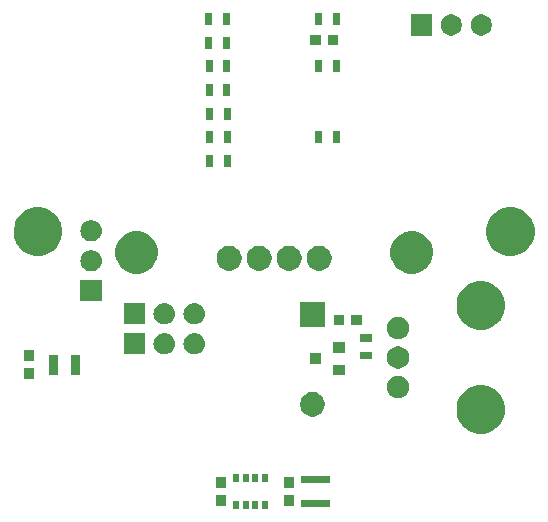
<source format=gbr>
G04 #@! TF.GenerationSoftware,KiCad,Pcbnew,6.0.0-rc1-unknown-59b0f55~66~ubuntu18.04.1*
G04 #@! TF.CreationDate,2018-12-02T19:59:02+01:00
G04 #@! TF.ProjectId,RoomUnit,526f6f6d-556e-4697-942e-6b696361645f,rev?*
G04 #@! TF.SameCoordinates,Original*
G04 #@! TF.FileFunction,Soldermask,Top*
G04 #@! TF.FilePolarity,Negative*
%FSLAX46Y46*%
G04 Gerber Fmt 4.6, Leading zero omitted, Abs format (unit mm)*
G04 Created by KiCad (PCBNEW 6.0.0-rc1-unknown-59b0f55~66~ubuntu18.04.1) date So 02 Dez 2018 19:59:02 CET*
%MOMM*%
%LPD*%
G01*
G04 APERTURE LIST*
%ADD10C,0.100000*%
G04 APERTURE END LIST*
D10*
G36*
X147851000Y-123476000D02*
X147349000Y-123476000D01*
X147349000Y-122824000D01*
X147851000Y-122824000D01*
X147851000Y-123476000D01*
X147851000Y-123476000D01*
G37*
G36*
X148651000Y-123476000D02*
X148149000Y-123476000D01*
X148149000Y-122824000D01*
X148651000Y-122824000D01*
X148651000Y-123476000D01*
X148651000Y-123476000D01*
G37*
G36*
X149451000Y-123476000D02*
X148949000Y-123476000D01*
X148949000Y-122824000D01*
X149451000Y-122824000D01*
X149451000Y-123476000D01*
X149451000Y-123476000D01*
G37*
G36*
X147051000Y-123476000D02*
X146549000Y-123476000D01*
X146549000Y-122824000D01*
X147051000Y-122824000D01*
X147051000Y-123476000D01*
X147051000Y-123476000D01*
G37*
G36*
X154701000Y-123326000D02*
X152299000Y-123326000D01*
X152299000Y-122724000D01*
X154701000Y-122724000D01*
X154701000Y-123326000D01*
X154701000Y-123326000D01*
G37*
G36*
X151676000Y-123201000D02*
X150824000Y-123201000D01*
X150824000Y-122299000D01*
X151676000Y-122299000D01*
X151676000Y-123201000D01*
X151676000Y-123201000D01*
G37*
G36*
X145926000Y-123201000D02*
X145074000Y-123201000D01*
X145074000Y-122299000D01*
X145926000Y-122299000D01*
X145926000Y-123201000D01*
X145926000Y-123201000D01*
G37*
G36*
X145926000Y-121701000D02*
X145074000Y-121701000D01*
X145074000Y-120799000D01*
X145926000Y-120799000D01*
X145926000Y-121701000D01*
X145926000Y-121701000D01*
G37*
G36*
X151676000Y-121701000D02*
X150824000Y-121701000D01*
X150824000Y-120799000D01*
X151676000Y-120799000D01*
X151676000Y-121701000D01*
X151676000Y-121701000D01*
G37*
G36*
X154701000Y-121276000D02*
X152299000Y-121276000D01*
X152299000Y-120674000D01*
X154701000Y-120674000D01*
X154701000Y-121276000D01*
X154701000Y-121276000D01*
G37*
G36*
X148651000Y-121176000D02*
X148149000Y-121176000D01*
X148149000Y-120524000D01*
X148651000Y-120524000D01*
X148651000Y-121176000D01*
X148651000Y-121176000D01*
G37*
G36*
X149451000Y-121176000D02*
X148949000Y-121176000D01*
X148949000Y-120524000D01*
X149451000Y-120524000D01*
X149451000Y-121176000D01*
X149451000Y-121176000D01*
G37*
G36*
X147851000Y-121176000D02*
X147349000Y-121176000D01*
X147349000Y-120524000D01*
X147851000Y-120524000D01*
X147851000Y-121176000D01*
X147851000Y-121176000D01*
G37*
G36*
X147051000Y-121176000D02*
X146549000Y-121176000D01*
X146549000Y-120524000D01*
X147051000Y-120524000D01*
X147051000Y-121176000D01*
X147051000Y-121176000D01*
G37*
G36*
X168098252Y-113077818D02*
X168098254Y-113077819D01*
X168098255Y-113077819D01*
X168471513Y-113232427D01*
X168763304Y-113427396D01*
X168807439Y-113456886D01*
X169093114Y-113742561D01*
X169093116Y-113742564D01*
X169317573Y-114078487D01*
X169327381Y-114102166D01*
X169472182Y-114451748D01*
X169551000Y-114847993D01*
X169551000Y-115252007D01*
X169518308Y-115416363D01*
X169472181Y-115648255D01*
X169317573Y-116021513D01*
X169317572Y-116021514D01*
X169093114Y-116357439D01*
X168807439Y-116643114D01*
X168807436Y-116643116D01*
X168471513Y-116867573D01*
X168098255Y-117022181D01*
X168098254Y-117022181D01*
X168098252Y-117022182D01*
X167702007Y-117101000D01*
X167297993Y-117101000D01*
X166901748Y-117022182D01*
X166901746Y-117022181D01*
X166901745Y-117022181D01*
X166528487Y-116867573D01*
X166192564Y-116643116D01*
X166192561Y-116643114D01*
X165906886Y-116357439D01*
X165682428Y-116021514D01*
X165682427Y-116021513D01*
X165527819Y-115648255D01*
X165481693Y-115416363D01*
X165449000Y-115252007D01*
X165449000Y-114847993D01*
X165527818Y-114451748D01*
X165672619Y-114102166D01*
X165682427Y-114078487D01*
X165906884Y-113742564D01*
X165906886Y-113742561D01*
X166192561Y-113456886D01*
X166236696Y-113427396D01*
X166528487Y-113232427D01*
X166901745Y-113077819D01*
X166901746Y-113077819D01*
X166901748Y-113077818D01*
X167297993Y-112999000D01*
X167702007Y-112999000D01*
X168098252Y-113077818D01*
X168098252Y-113077818D01*
G37*
G36*
X153556565Y-113589389D02*
X153747834Y-113668615D01*
X153919976Y-113783637D01*
X154066363Y-113930024D01*
X154181385Y-114102166D01*
X154260611Y-114293435D01*
X154301000Y-114496484D01*
X154301000Y-114703516D01*
X154260611Y-114906565D01*
X154181385Y-115097834D01*
X154066363Y-115269976D01*
X153919976Y-115416363D01*
X153747834Y-115531385D01*
X153556565Y-115610611D01*
X153353516Y-115651000D01*
X153146484Y-115651000D01*
X152943435Y-115610611D01*
X152752166Y-115531385D01*
X152580024Y-115416363D01*
X152433637Y-115269976D01*
X152318615Y-115097834D01*
X152239389Y-114906565D01*
X152199000Y-114703516D01*
X152199000Y-114496484D01*
X152239389Y-114293435D01*
X152318615Y-114102166D01*
X152433637Y-113930024D01*
X152580024Y-113783637D01*
X152752166Y-113668615D01*
X152943435Y-113589389D01*
X153146484Y-113549000D01*
X153353516Y-113549000D01*
X153556565Y-113589389D01*
X153556565Y-113589389D01*
G37*
G36*
X160777396Y-112235546D02*
X160950466Y-112307234D01*
X161106230Y-112411312D01*
X161238688Y-112543770D01*
X161342766Y-112699534D01*
X161414454Y-112872604D01*
X161451000Y-113056333D01*
X161451000Y-113243667D01*
X161414454Y-113427396D01*
X161342766Y-113600466D01*
X161238688Y-113756230D01*
X161106230Y-113888688D01*
X160950466Y-113992766D01*
X160777396Y-114064454D01*
X160593667Y-114101000D01*
X160406333Y-114101000D01*
X160222604Y-114064454D01*
X160049534Y-113992766D01*
X159893770Y-113888688D01*
X159761312Y-113756230D01*
X159657234Y-113600466D01*
X159585546Y-113427396D01*
X159549000Y-113243667D01*
X159549000Y-113056333D01*
X159585546Y-112872604D01*
X159657234Y-112699534D01*
X159761312Y-112543770D01*
X159893770Y-112411312D01*
X160049534Y-112307234D01*
X160222604Y-112235546D01*
X160406333Y-112199000D01*
X160593667Y-112199000D01*
X160777396Y-112235546D01*
X160777396Y-112235546D01*
G37*
G36*
X129676000Y-112451000D02*
X128824000Y-112451000D01*
X128824000Y-111549000D01*
X129676000Y-111549000D01*
X129676000Y-112451000D01*
X129676000Y-112451000D01*
G37*
G36*
X156001000Y-112151000D02*
X154999000Y-112151000D01*
X154999000Y-111249000D01*
X156001000Y-111249000D01*
X156001000Y-112151000D01*
X156001000Y-112151000D01*
G37*
G36*
X131726000Y-112101000D02*
X130974000Y-112101000D01*
X130974000Y-110399000D01*
X131726000Y-110399000D01*
X131726000Y-112101000D01*
X131726000Y-112101000D01*
G37*
G36*
X133526000Y-112101000D02*
X132774000Y-112101000D01*
X132774000Y-110399000D01*
X133526000Y-110399000D01*
X133526000Y-112101000D01*
X133526000Y-112101000D01*
G37*
G36*
X160777396Y-109735546D02*
X160950466Y-109807234D01*
X161106230Y-109911312D01*
X161238688Y-110043770D01*
X161342766Y-110199534D01*
X161414454Y-110372604D01*
X161451000Y-110556333D01*
X161451000Y-110743667D01*
X161414454Y-110927396D01*
X161342766Y-111100466D01*
X161238688Y-111256230D01*
X161106230Y-111388688D01*
X160950466Y-111492766D01*
X160777396Y-111564454D01*
X160593667Y-111601000D01*
X160406333Y-111601000D01*
X160222604Y-111564454D01*
X160049534Y-111492766D01*
X159893770Y-111388688D01*
X159761312Y-111256230D01*
X159657234Y-111100466D01*
X159585546Y-110927396D01*
X159549000Y-110743667D01*
X159549000Y-110556333D01*
X159585546Y-110372604D01*
X159657234Y-110199534D01*
X159761312Y-110043770D01*
X159893770Y-109911312D01*
X160049534Y-109807234D01*
X160222604Y-109735546D01*
X160406333Y-109699000D01*
X160593667Y-109699000D01*
X160777396Y-109735546D01*
X160777396Y-109735546D01*
G37*
G36*
X154001000Y-111201000D02*
X152999000Y-111201000D01*
X152999000Y-110299000D01*
X154001000Y-110299000D01*
X154001000Y-111201000D01*
X154001000Y-111201000D01*
G37*
G36*
X129676000Y-110951000D02*
X128824000Y-110951000D01*
X128824000Y-110049000D01*
X129676000Y-110049000D01*
X129676000Y-110951000D01*
X129676000Y-110951000D01*
G37*
G36*
X158251000Y-110801000D02*
X157249000Y-110801000D01*
X157249000Y-110199000D01*
X158251000Y-110199000D01*
X158251000Y-110801000D01*
X158251000Y-110801000D01*
G37*
G36*
X139053840Y-110376547D02*
X137251840Y-110376547D01*
X137251840Y-108574547D01*
X139053840Y-108574547D01*
X139053840Y-110376547D01*
X139053840Y-110376547D01*
G37*
G36*
X143343283Y-108581066D02*
X143409467Y-108587584D01*
X143522693Y-108621931D01*
X143579307Y-108639104D01*
X143691363Y-108699000D01*
X143735831Y-108722769D01*
X143771569Y-108752099D01*
X143873026Y-108835361D01*
X143956288Y-108936818D01*
X143985618Y-108972556D01*
X143985619Y-108972558D01*
X144069283Y-109129080D01*
X144069283Y-109129081D01*
X144120803Y-109298920D01*
X144138199Y-109475547D01*
X144120803Y-109652174D01*
X144095512Y-109735546D01*
X144069283Y-109822014D01*
X143995188Y-109960634D01*
X143985618Y-109978538D01*
X143956288Y-110014276D01*
X143873026Y-110115733D01*
X143771569Y-110198995D01*
X143735831Y-110228325D01*
X143735829Y-110228326D01*
X143579307Y-110311990D01*
X143522693Y-110329163D01*
X143409467Y-110363510D01*
X143343283Y-110370028D01*
X143277100Y-110376547D01*
X143188580Y-110376547D01*
X143122397Y-110370028D01*
X143056213Y-110363510D01*
X142942987Y-110329163D01*
X142886373Y-110311990D01*
X142729851Y-110228326D01*
X142729849Y-110228325D01*
X142694111Y-110198995D01*
X142592654Y-110115733D01*
X142509392Y-110014276D01*
X142480062Y-109978538D01*
X142470492Y-109960634D01*
X142396397Y-109822014D01*
X142370168Y-109735546D01*
X142344877Y-109652174D01*
X142327481Y-109475547D01*
X142344877Y-109298920D01*
X142396397Y-109129081D01*
X142396397Y-109129080D01*
X142480061Y-108972558D01*
X142480062Y-108972556D01*
X142509392Y-108936818D01*
X142592654Y-108835361D01*
X142694111Y-108752099D01*
X142729849Y-108722769D01*
X142774317Y-108699000D01*
X142886373Y-108639104D01*
X142942987Y-108621931D01*
X143056213Y-108587584D01*
X143122397Y-108581066D01*
X143188580Y-108574547D01*
X143277100Y-108574547D01*
X143343283Y-108581066D01*
X143343283Y-108581066D01*
G37*
G36*
X140803283Y-108581066D02*
X140869467Y-108587584D01*
X140982693Y-108621931D01*
X141039307Y-108639104D01*
X141151363Y-108699000D01*
X141195831Y-108722769D01*
X141231569Y-108752099D01*
X141333026Y-108835361D01*
X141416288Y-108936818D01*
X141445618Y-108972556D01*
X141445619Y-108972558D01*
X141529283Y-109129080D01*
X141529283Y-109129081D01*
X141580803Y-109298920D01*
X141598199Y-109475547D01*
X141580803Y-109652174D01*
X141555512Y-109735546D01*
X141529283Y-109822014D01*
X141455188Y-109960634D01*
X141445618Y-109978538D01*
X141416288Y-110014276D01*
X141333026Y-110115733D01*
X141231569Y-110198995D01*
X141195831Y-110228325D01*
X141195829Y-110228326D01*
X141039307Y-110311990D01*
X140982693Y-110329163D01*
X140869467Y-110363510D01*
X140803283Y-110370028D01*
X140737100Y-110376547D01*
X140648580Y-110376547D01*
X140582397Y-110370028D01*
X140516213Y-110363510D01*
X140402987Y-110329163D01*
X140346373Y-110311990D01*
X140189851Y-110228326D01*
X140189849Y-110228325D01*
X140154111Y-110198995D01*
X140052654Y-110115733D01*
X139969392Y-110014276D01*
X139940062Y-109978538D01*
X139930492Y-109960634D01*
X139856397Y-109822014D01*
X139830168Y-109735546D01*
X139804877Y-109652174D01*
X139787481Y-109475547D01*
X139804877Y-109298920D01*
X139856397Y-109129081D01*
X139856397Y-109129080D01*
X139940061Y-108972558D01*
X139940062Y-108972556D01*
X139969392Y-108936818D01*
X140052654Y-108835361D01*
X140154111Y-108752099D01*
X140189849Y-108722769D01*
X140234317Y-108699000D01*
X140346373Y-108639104D01*
X140402987Y-108621931D01*
X140516213Y-108587584D01*
X140582397Y-108581066D01*
X140648580Y-108574547D01*
X140737100Y-108574547D01*
X140803283Y-108581066D01*
X140803283Y-108581066D01*
G37*
G36*
X156001000Y-110251000D02*
X154999000Y-110251000D01*
X154999000Y-109349000D01*
X156001000Y-109349000D01*
X156001000Y-110251000D01*
X156001000Y-110251000D01*
G37*
G36*
X158251000Y-109301000D02*
X157249000Y-109301000D01*
X157249000Y-108699000D01*
X158251000Y-108699000D01*
X158251000Y-109301000D01*
X158251000Y-109301000D01*
G37*
G36*
X160777396Y-107235546D02*
X160950466Y-107307234D01*
X161106230Y-107411312D01*
X161238688Y-107543770D01*
X161342766Y-107699534D01*
X161414454Y-107872604D01*
X161451000Y-108056333D01*
X161451000Y-108243667D01*
X161414454Y-108427396D01*
X161342766Y-108600466D01*
X161238688Y-108756230D01*
X161106230Y-108888688D01*
X160950466Y-108992766D01*
X160777396Y-109064454D01*
X160593667Y-109101000D01*
X160406333Y-109101000D01*
X160222604Y-109064454D01*
X160049534Y-108992766D01*
X159893770Y-108888688D01*
X159761312Y-108756230D01*
X159657234Y-108600466D01*
X159585546Y-108427396D01*
X159549000Y-108243667D01*
X159549000Y-108056333D01*
X159585546Y-107872604D01*
X159657234Y-107699534D01*
X159761312Y-107543770D01*
X159893770Y-107411312D01*
X160049534Y-107307234D01*
X160222604Y-107235546D01*
X160406333Y-107199000D01*
X160593667Y-107199000D01*
X160777396Y-107235546D01*
X160777396Y-107235546D01*
G37*
G36*
X168098252Y-104277818D02*
X168098254Y-104277819D01*
X168098255Y-104277819D01*
X168471513Y-104432427D01*
X168471514Y-104432428D01*
X168807439Y-104656886D01*
X169093114Y-104942561D01*
X169093116Y-104942564D01*
X169317573Y-105278487D01*
X169472181Y-105651745D01*
X169472182Y-105651748D01*
X169551000Y-106047993D01*
X169551000Y-106452007D01*
X169489951Y-106758922D01*
X169472181Y-106848255D01*
X169317573Y-107221513D01*
X169172561Y-107438538D01*
X169093114Y-107557439D01*
X168807439Y-107843114D01*
X168807436Y-107843116D01*
X168471513Y-108067573D01*
X168098255Y-108222181D01*
X168098254Y-108222181D01*
X168098252Y-108222182D01*
X167702007Y-108301000D01*
X167297993Y-108301000D01*
X166901748Y-108222182D01*
X166901746Y-108222181D01*
X166901745Y-108222181D01*
X166528487Y-108067573D01*
X166192564Y-107843116D01*
X166192561Y-107843114D01*
X165906886Y-107557439D01*
X165827439Y-107438538D01*
X165682427Y-107221513D01*
X165527819Y-106848255D01*
X165510050Y-106758922D01*
X165449000Y-106452007D01*
X165449000Y-106047993D01*
X165527818Y-105651748D01*
X165527819Y-105651745D01*
X165682427Y-105278487D01*
X165906884Y-104942564D01*
X165906886Y-104942561D01*
X166192561Y-104656886D01*
X166528486Y-104432428D01*
X166528487Y-104432427D01*
X166901745Y-104277819D01*
X166901746Y-104277819D01*
X166901748Y-104277818D01*
X167297993Y-104199000D01*
X167702007Y-104199000D01*
X168098252Y-104277818D01*
X168098252Y-104277818D01*
G37*
G36*
X154301000Y-108051000D02*
X152199000Y-108051000D01*
X152199000Y-105949000D01*
X154301000Y-105949000D01*
X154301000Y-108051000D01*
X154301000Y-108051000D01*
G37*
G36*
X155951000Y-107926000D02*
X155049000Y-107926000D01*
X155049000Y-107074000D01*
X155951000Y-107074000D01*
X155951000Y-107926000D01*
X155951000Y-107926000D01*
G37*
G36*
X157451000Y-107926000D02*
X156549000Y-107926000D01*
X156549000Y-107074000D01*
X157451000Y-107074000D01*
X157451000Y-107926000D01*
X157451000Y-107926000D01*
G37*
G36*
X140803282Y-106041065D02*
X140869467Y-106047584D01*
X140982693Y-106081931D01*
X141039307Y-106099104D01*
X141177927Y-106173199D01*
X141195831Y-106182769D01*
X141231569Y-106212099D01*
X141333026Y-106295361D01*
X141416288Y-106396818D01*
X141445618Y-106432556D01*
X141445619Y-106432558D01*
X141529283Y-106589080D01*
X141529283Y-106589081D01*
X141580803Y-106758920D01*
X141598199Y-106935547D01*
X141580803Y-107112174D01*
X141554465Y-107199000D01*
X141529283Y-107282014D01*
X141460172Y-107411310D01*
X141445618Y-107438538D01*
X141416288Y-107474276D01*
X141333026Y-107575733D01*
X141231569Y-107658995D01*
X141195831Y-107688325D01*
X141195829Y-107688326D01*
X141039307Y-107771990D01*
X140982693Y-107789163D01*
X140869467Y-107823510D01*
X140803283Y-107830028D01*
X140737100Y-107836547D01*
X140648580Y-107836547D01*
X140582397Y-107830028D01*
X140516213Y-107823510D01*
X140402987Y-107789163D01*
X140346373Y-107771990D01*
X140189851Y-107688326D01*
X140189849Y-107688325D01*
X140154111Y-107658995D01*
X140052654Y-107575733D01*
X139969392Y-107474276D01*
X139940062Y-107438538D01*
X139925508Y-107411310D01*
X139856397Y-107282014D01*
X139831215Y-107199000D01*
X139804877Y-107112174D01*
X139787481Y-106935547D01*
X139804877Y-106758920D01*
X139856397Y-106589081D01*
X139856397Y-106589080D01*
X139940061Y-106432558D01*
X139940062Y-106432556D01*
X139969392Y-106396818D01*
X140052654Y-106295361D01*
X140154111Y-106212099D01*
X140189849Y-106182769D01*
X140207753Y-106173199D01*
X140346373Y-106099104D01*
X140402987Y-106081931D01*
X140516213Y-106047584D01*
X140582398Y-106041065D01*
X140648580Y-106034547D01*
X140737100Y-106034547D01*
X140803282Y-106041065D01*
X140803282Y-106041065D01*
G37*
G36*
X139053840Y-107836547D02*
X137251840Y-107836547D01*
X137251840Y-106034547D01*
X139053840Y-106034547D01*
X139053840Y-107836547D01*
X139053840Y-107836547D01*
G37*
G36*
X143343282Y-106041065D02*
X143409467Y-106047584D01*
X143522693Y-106081931D01*
X143579307Y-106099104D01*
X143717927Y-106173199D01*
X143735831Y-106182769D01*
X143771569Y-106212099D01*
X143873026Y-106295361D01*
X143956288Y-106396818D01*
X143985618Y-106432556D01*
X143985619Y-106432558D01*
X144069283Y-106589080D01*
X144069283Y-106589081D01*
X144120803Y-106758920D01*
X144138199Y-106935547D01*
X144120803Y-107112174D01*
X144094465Y-107199000D01*
X144069283Y-107282014D01*
X144000172Y-107411310D01*
X143985618Y-107438538D01*
X143956288Y-107474276D01*
X143873026Y-107575733D01*
X143771569Y-107658995D01*
X143735831Y-107688325D01*
X143735829Y-107688326D01*
X143579307Y-107771990D01*
X143522693Y-107789163D01*
X143409467Y-107823510D01*
X143343283Y-107830028D01*
X143277100Y-107836547D01*
X143188580Y-107836547D01*
X143122397Y-107830028D01*
X143056213Y-107823510D01*
X142942987Y-107789163D01*
X142886373Y-107771990D01*
X142729851Y-107688326D01*
X142729849Y-107688325D01*
X142694111Y-107658995D01*
X142592654Y-107575733D01*
X142509392Y-107474276D01*
X142480062Y-107438538D01*
X142465508Y-107411310D01*
X142396397Y-107282014D01*
X142371215Y-107199000D01*
X142344877Y-107112174D01*
X142327481Y-106935547D01*
X142344877Y-106758920D01*
X142396397Y-106589081D01*
X142396397Y-106589080D01*
X142480061Y-106432558D01*
X142480062Y-106432556D01*
X142509392Y-106396818D01*
X142592654Y-106295361D01*
X142694111Y-106212099D01*
X142729849Y-106182769D01*
X142747753Y-106173199D01*
X142886373Y-106099104D01*
X142942987Y-106081931D01*
X143056213Y-106047584D01*
X143122398Y-106041065D01*
X143188580Y-106034547D01*
X143277100Y-106034547D01*
X143343282Y-106041065D01*
X143343282Y-106041065D01*
G37*
G36*
X135401000Y-105901000D02*
X133599000Y-105901000D01*
X133599000Y-104099000D01*
X135401000Y-104099000D01*
X135401000Y-105901000D01*
X135401000Y-105901000D01*
G37*
G36*
X162175331Y-100018211D02*
X162503092Y-100153974D01*
X162798073Y-100351074D01*
X163048926Y-100601927D01*
X163246026Y-100896908D01*
X163381789Y-101224669D01*
X163451000Y-101572616D01*
X163451000Y-101927384D01*
X163381789Y-102275331D01*
X163246026Y-102603092D01*
X163048926Y-102898073D01*
X162798073Y-103148926D01*
X162503092Y-103346026D01*
X162175331Y-103481789D01*
X161827384Y-103551000D01*
X161472616Y-103551000D01*
X161124669Y-103481789D01*
X160796908Y-103346026D01*
X160501927Y-103148926D01*
X160251074Y-102898073D01*
X160053974Y-102603092D01*
X159918211Y-102275331D01*
X159849000Y-101927384D01*
X159849000Y-101572616D01*
X159918211Y-101224669D01*
X160053974Y-100896908D01*
X160251074Y-100601927D01*
X160501927Y-100351074D01*
X160796908Y-100153974D01*
X161124669Y-100018211D01*
X161472616Y-99949000D01*
X161827384Y-99949000D01*
X162175331Y-100018211D01*
X162175331Y-100018211D01*
G37*
G36*
X138875331Y-100018211D02*
X139203092Y-100153974D01*
X139498073Y-100351074D01*
X139748926Y-100601927D01*
X139946026Y-100896908D01*
X140081789Y-101224669D01*
X140151000Y-101572616D01*
X140151000Y-101927384D01*
X140081789Y-102275331D01*
X139946026Y-102603092D01*
X139748926Y-102898073D01*
X139498073Y-103148926D01*
X139203092Y-103346026D01*
X138875331Y-103481789D01*
X138527384Y-103551000D01*
X138172616Y-103551000D01*
X137824669Y-103481789D01*
X137496908Y-103346026D01*
X137201927Y-103148926D01*
X136951074Y-102898073D01*
X136753974Y-102603092D01*
X136618211Y-102275331D01*
X136549000Y-101927384D01*
X136549000Y-101572616D01*
X136618211Y-101224669D01*
X136753974Y-100896908D01*
X136951074Y-100601927D01*
X137201927Y-100351074D01*
X137496908Y-100153974D01*
X137824669Y-100018211D01*
X138172616Y-99949000D01*
X138527384Y-99949000D01*
X138875331Y-100018211D01*
X138875331Y-100018211D01*
G37*
G36*
X134610443Y-101565519D02*
X134676627Y-101572037D01*
X134746115Y-101593116D01*
X134846467Y-101623557D01*
X134985087Y-101697652D01*
X135002991Y-101707222D01*
X135038729Y-101736552D01*
X135140186Y-101819814D01*
X135223448Y-101921271D01*
X135252778Y-101957009D01*
X135252779Y-101957011D01*
X135336443Y-102113533D01*
X135336443Y-102113534D01*
X135387963Y-102283373D01*
X135405359Y-102460000D01*
X135387963Y-102636627D01*
X135354229Y-102747834D01*
X135336443Y-102806467D01*
X135287479Y-102898070D01*
X135252778Y-102962991D01*
X135223448Y-102998729D01*
X135140186Y-103100186D01*
X135041244Y-103181384D01*
X135002991Y-103212778D01*
X135002989Y-103212779D01*
X134846467Y-103296443D01*
X134831444Y-103301000D01*
X134676627Y-103347963D01*
X134610443Y-103354481D01*
X134544260Y-103361000D01*
X134455740Y-103361000D01*
X134389557Y-103354481D01*
X134323373Y-103347963D01*
X134168556Y-103301000D01*
X134153533Y-103296443D01*
X133997011Y-103212779D01*
X133997009Y-103212778D01*
X133958756Y-103181384D01*
X133859814Y-103100186D01*
X133776552Y-102998729D01*
X133747222Y-102962991D01*
X133712521Y-102898070D01*
X133663557Y-102806467D01*
X133645771Y-102747834D01*
X133612037Y-102636627D01*
X133594641Y-102460000D01*
X133612037Y-102283373D01*
X133663557Y-102113534D01*
X133663557Y-102113533D01*
X133747221Y-101957011D01*
X133747222Y-101957009D01*
X133776552Y-101921271D01*
X133859814Y-101819814D01*
X133961271Y-101736552D01*
X133997009Y-101707222D01*
X134014913Y-101697652D01*
X134153533Y-101623557D01*
X134253885Y-101593116D01*
X134323373Y-101572037D01*
X134389558Y-101565518D01*
X134455740Y-101559000D01*
X134544260Y-101559000D01*
X134610443Y-101565519D01*
X134610443Y-101565519D01*
G37*
G36*
X154116565Y-101239389D02*
X154307834Y-101318615D01*
X154479976Y-101433637D01*
X154626363Y-101580024D01*
X154741385Y-101752166D01*
X154820611Y-101943435D01*
X154861000Y-102146484D01*
X154861000Y-102353516D01*
X154820611Y-102556565D01*
X154741385Y-102747834D01*
X154626363Y-102919976D01*
X154479976Y-103066363D01*
X154307834Y-103181385D01*
X154116565Y-103260611D01*
X153913516Y-103301000D01*
X153706484Y-103301000D01*
X153503435Y-103260611D01*
X153312166Y-103181385D01*
X153140024Y-103066363D01*
X152993637Y-102919976D01*
X152878615Y-102747834D01*
X152799389Y-102556565D01*
X152759000Y-102353516D01*
X152759000Y-102146484D01*
X152799389Y-101943435D01*
X152878615Y-101752166D01*
X152993637Y-101580024D01*
X153140024Y-101433637D01*
X153312166Y-101318615D01*
X153503435Y-101239389D01*
X153706484Y-101199000D01*
X153913516Y-101199000D01*
X154116565Y-101239389D01*
X154116565Y-101239389D01*
G37*
G36*
X146496565Y-101239389D02*
X146687834Y-101318615D01*
X146859976Y-101433637D01*
X147006363Y-101580024D01*
X147121385Y-101752166D01*
X147200611Y-101943435D01*
X147241000Y-102146484D01*
X147241000Y-102353516D01*
X147200611Y-102556565D01*
X147121385Y-102747834D01*
X147006363Y-102919976D01*
X146859976Y-103066363D01*
X146687834Y-103181385D01*
X146496565Y-103260611D01*
X146293516Y-103301000D01*
X146086484Y-103301000D01*
X145883435Y-103260611D01*
X145692166Y-103181385D01*
X145520024Y-103066363D01*
X145373637Y-102919976D01*
X145258615Y-102747834D01*
X145179389Y-102556565D01*
X145139000Y-102353516D01*
X145139000Y-102146484D01*
X145179389Y-101943435D01*
X145258615Y-101752166D01*
X145373637Y-101580024D01*
X145520024Y-101433637D01*
X145692166Y-101318615D01*
X145883435Y-101239389D01*
X146086484Y-101199000D01*
X146293516Y-101199000D01*
X146496565Y-101239389D01*
X146496565Y-101239389D01*
G37*
G36*
X149036565Y-101239389D02*
X149227834Y-101318615D01*
X149399976Y-101433637D01*
X149546363Y-101580024D01*
X149661385Y-101752166D01*
X149740611Y-101943435D01*
X149781000Y-102146484D01*
X149781000Y-102353516D01*
X149740611Y-102556565D01*
X149661385Y-102747834D01*
X149546363Y-102919976D01*
X149399976Y-103066363D01*
X149227834Y-103181385D01*
X149036565Y-103260611D01*
X148833516Y-103301000D01*
X148626484Y-103301000D01*
X148423435Y-103260611D01*
X148232166Y-103181385D01*
X148060024Y-103066363D01*
X147913637Y-102919976D01*
X147798615Y-102747834D01*
X147719389Y-102556565D01*
X147679000Y-102353516D01*
X147679000Y-102146484D01*
X147719389Y-101943435D01*
X147798615Y-101752166D01*
X147913637Y-101580024D01*
X148060024Y-101433637D01*
X148232166Y-101318615D01*
X148423435Y-101239389D01*
X148626484Y-101199000D01*
X148833516Y-101199000D01*
X149036565Y-101239389D01*
X149036565Y-101239389D01*
G37*
G36*
X151576565Y-101239389D02*
X151767834Y-101318615D01*
X151939976Y-101433637D01*
X152086363Y-101580024D01*
X152201385Y-101752166D01*
X152280611Y-101943435D01*
X152321000Y-102146484D01*
X152321000Y-102353516D01*
X152280611Y-102556565D01*
X152201385Y-102747834D01*
X152086363Y-102919976D01*
X151939976Y-103066363D01*
X151767834Y-103181385D01*
X151576565Y-103260611D01*
X151373516Y-103301000D01*
X151166484Y-103301000D01*
X150963435Y-103260611D01*
X150772166Y-103181385D01*
X150600024Y-103066363D01*
X150453637Y-102919976D01*
X150338615Y-102747834D01*
X150259389Y-102556565D01*
X150219000Y-102353516D01*
X150219000Y-102146484D01*
X150259389Y-101943435D01*
X150338615Y-101752166D01*
X150453637Y-101580024D01*
X150600024Y-101433637D01*
X150772166Y-101318615D01*
X150963435Y-101239389D01*
X151166484Y-101199000D01*
X151373516Y-101199000D01*
X151576565Y-101239389D01*
X151576565Y-101239389D01*
G37*
G36*
X130598252Y-98027818D02*
X130598254Y-98027819D01*
X130598255Y-98027819D01*
X130971513Y-98182427D01*
X130971514Y-98182428D01*
X131307439Y-98406886D01*
X131593114Y-98692561D01*
X131593116Y-98692564D01*
X131817573Y-99028487D01*
X131921676Y-99279815D01*
X131972182Y-99401748D01*
X132051000Y-99797993D01*
X132051000Y-100202007D01*
X131979754Y-100560186D01*
X131972181Y-100598255D01*
X131817573Y-100971513D01*
X131817572Y-100971514D01*
X131593114Y-101307439D01*
X131307439Y-101593114D01*
X131307436Y-101593116D01*
X130971513Y-101817573D01*
X130598255Y-101972181D01*
X130598254Y-101972181D01*
X130598252Y-101972182D01*
X130202007Y-102051000D01*
X129797993Y-102051000D01*
X129401748Y-101972182D01*
X129401746Y-101972181D01*
X129401745Y-101972181D01*
X129028487Y-101817573D01*
X128692564Y-101593116D01*
X128692561Y-101593114D01*
X128406886Y-101307439D01*
X128182428Y-100971514D01*
X128182427Y-100971513D01*
X128027819Y-100598255D01*
X128020247Y-100560186D01*
X127949000Y-100202007D01*
X127949000Y-99797993D01*
X128027818Y-99401748D01*
X128078324Y-99279815D01*
X128182427Y-99028487D01*
X128406884Y-98692564D01*
X128406886Y-98692561D01*
X128692561Y-98406886D01*
X129028486Y-98182428D01*
X129028487Y-98182427D01*
X129401745Y-98027819D01*
X129401746Y-98027819D01*
X129401748Y-98027818D01*
X129797993Y-97949000D01*
X130202007Y-97949000D01*
X130598252Y-98027818D01*
X130598252Y-98027818D01*
G37*
G36*
X170598252Y-98027818D02*
X170598254Y-98027819D01*
X170598255Y-98027819D01*
X170971513Y-98182427D01*
X170971514Y-98182428D01*
X171307439Y-98406886D01*
X171593114Y-98692561D01*
X171593116Y-98692564D01*
X171817573Y-99028487D01*
X171921676Y-99279815D01*
X171972182Y-99401748D01*
X172051000Y-99797993D01*
X172051000Y-100202007D01*
X171979754Y-100560186D01*
X171972181Y-100598255D01*
X171817573Y-100971513D01*
X171817572Y-100971514D01*
X171593114Y-101307439D01*
X171307439Y-101593114D01*
X171307436Y-101593116D01*
X170971513Y-101817573D01*
X170598255Y-101972181D01*
X170598254Y-101972181D01*
X170598252Y-101972182D01*
X170202007Y-102051000D01*
X169797993Y-102051000D01*
X169401748Y-101972182D01*
X169401746Y-101972181D01*
X169401745Y-101972181D01*
X169028487Y-101817573D01*
X168692564Y-101593116D01*
X168692561Y-101593114D01*
X168406886Y-101307439D01*
X168182428Y-100971514D01*
X168182427Y-100971513D01*
X168027819Y-100598255D01*
X168020247Y-100560186D01*
X167949000Y-100202007D01*
X167949000Y-99797993D01*
X168027818Y-99401748D01*
X168078324Y-99279815D01*
X168182427Y-99028487D01*
X168406884Y-98692564D01*
X168406886Y-98692561D01*
X168692561Y-98406886D01*
X169028486Y-98182428D01*
X169028487Y-98182427D01*
X169401745Y-98027819D01*
X169401746Y-98027819D01*
X169401748Y-98027818D01*
X169797993Y-97949000D01*
X170202007Y-97949000D01*
X170598252Y-98027818D01*
X170598252Y-98027818D01*
G37*
G36*
X134610442Y-99025518D02*
X134676627Y-99032037D01*
X134789853Y-99066384D01*
X134846467Y-99083557D01*
X134985087Y-99157652D01*
X135002991Y-99167222D01*
X135038729Y-99196552D01*
X135140186Y-99279814D01*
X135223448Y-99381271D01*
X135252778Y-99417009D01*
X135252779Y-99417011D01*
X135336443Y-99573533D01*
X135336443Y-99573534D01*
X135387963Y-99743373D01*
X135405359Y-99920000D01*
X135387963Y-100096627D01*
X135355997Y-100202006D01*
X135336443Y-100266467D01*
X135291220Y-100351072D01*
X135252778Y-100422991D01*
X135223448Y-100458729D01*
X135140186Y-100560186D01*
X135038729Y-100643448D01*
X135002991Y-100672778D01*
X135002989Y-100672779D01*
X134846467Y-100756443D01*
X134789853Y-100773616D01*
X134676627Y-100807963D01*
X134610442Y-100814482D01*
X134544260Y-100821000D01*
X134455740Y-100821000D01*
X134389557Y-100814481D01*
X134323373Y-100807963D01*
X134210147Y-100773616D01*
X134153533Y-100756443D01*
X133997011Y-100672779D01*
X133997009Y-100672778D01*
X133961271Y-100643448D01*
X133859814Y-100560186D01*
X133776552Y-100458729D01*
X133747222Y-100422991D01*
X133708780Y-100351072D01*
X133663557Y-100266467D01*
X133644003Y-100202006D01*
X133612037Y-100096627D01*
X133594641Y-99920000D01*
X133612037Y-99743373D01*
X133663557Y-99573534D01*
X133663557Y-99573533D01*
X133747221Y-99417011D01*
X133747222Y-99417009D01*
X133776552Y-99381271D01*
X133859814Y-99279814D01*
X133961271Y-99196552D01*
X133997009Y-99167222D01*
X134014913Y-99157652D01*
X134153533Y-99083557D01*
X134210147Y-99066384D01*
X134323373Y-99032037D01*
X134389558Y-99025518D01*
X134455740Y-99019000D01*
X134544260Y-99019000D01*
X134610442Y-99025518D01*
X134610442Y-99025518D01*
G37*
G36*
X144851000Y-94501000D02*
X144249000Y-94501000D01*
X144249000Y-93499000D01*
X144851000Y-93499000D01*
X144851000Y-94501000D01*
X144851000Y-94501000D01*
G37*
G36*
X146351000Y-94501000D02*
X145749000Y-94501000D01*
X145749000Y-93499000D01*
X146351000Y-93499000D01*
X146351000Y-94501000D01*
X146351000Y-94501000D01*
G37*
G36*
X155551000Y-92501000D02*
X154949000Y-92501000D01*
X154949000Y-91499000D01*
X155551000Y-91499000D01*
X155551000Y-92501000D01*
X155551000Y-92501000D01*
G37*
G36*
X154051000Y-92501000D02*
X153449000Y-92501000D01*
X153449000Y-91499000D01*
X154051000Y-91499000D01*
X154051000Y-92501000D01*
X154051000Y-92501000D01*
G37*
G36*
X146351000Y-92501000D02*
X145749000Y-92501000D01*
X145749000Y-91499000D01*
X146351000Y-91499000D01*
X146351000Y-92501000D01*
X146351000Y-92501000D01*
G37*
G36*
X144851000Y-92501000D02*
X144249000Y-92501000D01*
X144249000Y-91499000D01*
X144851000Y-91499000D01*
X144851000Y-92501000D01*
X144851000Y-92501000D01*
G37*
G36*
X146351000Y-90501000D02*
X145749000Y-90501000D01*
X145749000Y-89499000D01*
X146351000Y-89499000D01*
X146351000Y-90501000D01*
X146351000Y-90501000D01*
G37*
G36*
X144851000Y-90501000D02*
X144249000Y-90501000D01*
X144249000Y-89499000D01*
X144851000Y-89499000D01*
X144851000Y-90501000D01*
X144851000Y-90501000D01*
G37*
G36*
X146301000Y-88501000D02*
X145699000Y-88501000D01*
X145699000Y-87499000D01*
X146301000Y-87499000D01*
X146301000Y-88501000D01*
X146301000Y-88501000D01*
G37*
G36*
X144801000Y-88501000D02*
X144199000Y-88501000D01*
X144199000Y-87499000D01*
X144801000Y-87499000D01*
X144801000Y-88501000D01*
X144801000Y-88501000D01*
G37*
G36*
X146301000Y-86501000D02*
X145699000Y-86501000D01*
X145699000Y-85499000D01*
X146301000Y-85499000D01*
X146301000Y-86501000D01*
X146301000Y-86501000D01*
G37*
G36*
X154051000Y-86501000D02*
X153449000Y-86501000D01*
X153449000Y-85499000D01*
X154051000Y-85499000D01*
X154051000Y-86501000D01*
X154051000Y-86501000D01*
G37*
G36*
X155551000Y-86501000D02*
X154949000Y-86501000D01*
X154949000Y-85499000D01*
X155551000Y-85499000D01*
X155551000Y-86501000D01*
X155551000Y-86501000D01*
G37*
G36*
X144801000Y-86501000D02*
X144199000Y-86501000D01*
X144199000Y-85499000D01*
X144801000Y-85499000D01*
X144801000Y-86501000D01*
X144801000Y-86501000D01*
G37*
G36*
X146251000Y-84501000D02*
X145649000Y-84501000D01*
X145649000Y-83499000D01*
X146251000Y-83499000D01*
X146251000Y-84501000D01*
X146251000Y-84501000D01*
G37*
G36*
X144751000Y-84501000D02*
X144149000Y-84501000D01*
X144149000Y-83499000D01*
X144751000Y-83499000D01*
X144751000Y-84501000D01*
X144751000Y-84501000D01*
G37*
G36*
X153951000Y-84176000D02*
X153049000Y-84176000D01*
X153049000Y-83324000D01*
X153951000Y-83324000D01*
X153951000Y-84176000D01*
X153951000Y-84176000D01*
G37*
G36*
X155451000Y-84176000D02*
X154549000Y-84176000D01*
X154549000Y-83324000D01*
X155451000Y-83324000D01*
X155451000Y-84176000D01*
X155451000Y-84176000D01*
G37*
G36*
X163361000Y-83401000D02*
X161559000Y-83401000D01*
X161559000Y-81599000D01*
X163361000Y-81599000D01*
X163361000Y-83401000D01*
X163361000Y-83401000D01*
G37*
G36*
X165262812Y-81633624D02*
X165426784Y-81701544D01*
X165574354Y-81800147D01*
X165699853Y-81925646D01*
X165798456Y-82073216D01*
X165866376Y-82237188D01*
X165901000Y-82411259D01*
X165901000Y-82588741D01*
X165866376Y-82762812D01*
X165798456Y-82926784D01*
X165699853Y-83074354D01*
X165574354Y-83199853D01*
X165426784Y-83298456D01*
X165262812Y-83366376D01*
X165088741Y-83401000D01*
X164911259Y-83401000D01*
X164737188Y-83366376D01*
X164573216Y-83298456D01*
X164425646Y-83199853D01*
X164300147Y-83074354D01*
X164201544Y-82926784D01*
X164133624Y-82762812D01*
X164099000Y-82588741D01*
X164099000Y-82411259D01*
X164133624Y-82237188D01*
X164201544Y-82073216D01*
X164300147Y-81925646D01*
X164425646Y-81800147D01*
X164573216Y-81701544D01*
X164737188Y-81633624D01*
X164911259Y-81599000D01*
X165088741Y-81599000D01*
X165262812Y-81633624D01*
X165262812Y-81633624D01*
G37*
G36*
X167802812Y-81633624D02*
X167966784Y-81701544D01*
X168114354Y-81800147D01*
X168239853Y-81925646D01*
X168338456Y-82073216D01*
X168406376Y-82237188D01*
X168441000Y-82411259D01*
X168441000Y-82588741D01*
X168406376Y-82762812D01*
X168338456Y-82926784D01*
X168239853Y-83074354D01*
X168114354Y-83199853D01*
X167966784Y-83298456D01*
X167802812Y-83366376D01*
X167628741Y-83401000D01*
X167451259Y-83401000D01*
X167277188Y-83366376D01*
X167113216Y-83298456D01*
X166965646Y-83199853D01*
X166840147Y-83074354D01*
X166741544Y-82926784D01*
X166673624Y-82762812D01*
X166639000Y-82588741D01*
X166639000Y-82411259D01*
X166673624Y-82237188D01*
X166741544Y-82073216D01*
X166840147Y-81925646D01*
X166965646Y-81800147D01*
X167113216Y-81701544D01*
X167277188Y-81633624D01*
X167451259Y-81599000D01*
X167628741Y-81599000D01*
X167802812Y-81633624D01*
X167802812Y-81633624D01*
G37*
G36*
X155551000Y-82501000D02*
X154949000Y-82501000D01*
X154949000Y-81499000D01*
X155551000Y-81499000D01*
X155551000Y-82501000D01*
X155551000Y-82501000D01*
G37*
G36*
X154051000Y-82501000D02*
X153449000Y-82501000D01*
X153449000Y-81499000D01*
X154051000Y-81499000D01*
X154051000Y-82501000D01*
X154051000Y-82501000D01*
G37*
G36*
X146251000Y-82501000D02*
X145649000Y-82501000D01*
X145649000Y-81499000D01*
X146251000Y-81499000D01*
X146251000Y-82501000D01*
X146251000Y-82501000D01*
G37*
G36*
X144751000Y-82501000D02*
X144149000Y-82501000D01*
X144149000Y-81499000D01*
X144751000Y-81499000D01*
X144751000Y-82501000D01*
X144751000Y-82501000D01*
G37*
M02*

</source>
